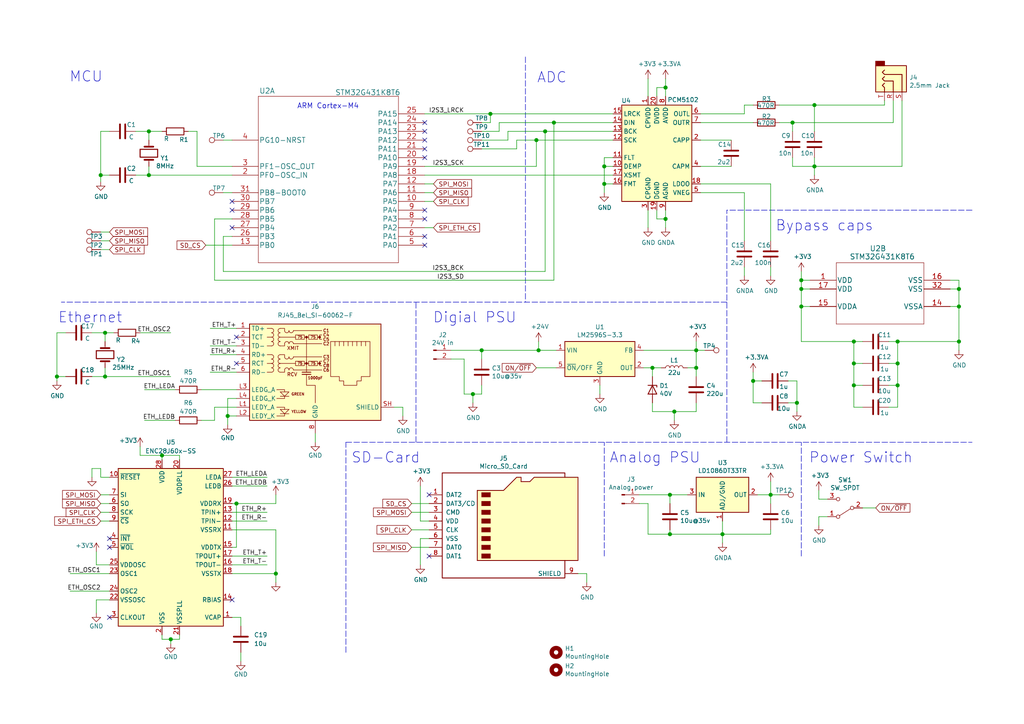
<source format=kicad_sch>
(kicad_sch (version 20201015) (generator eeschema)
  (paper "A4")
  (title_block (title "MP3 Player") (date "2021-01-07") (rev "R1") (company "MReenen"))
  (junction (at 16.51 109.22) (diameter 1.016))
  (junction (at 29.21 50.8) (diameter 1.016))
  (junction (at 30.48 96.52) (diameter 1.016))
  (junction (at 30.48 109.22) (diameter 1.016))
  (junction (at 43.18 38.1) (diameter 1.016))
  (junction (at 43.18 50.8) (diameter 1.016))
  (junction (at 46.99 132.08) (diameter 1.016))
  (junction (at 49.53 185.42) (diameter 1.016))
  (junction (at 66.04 120.65) (diameter 1.016))
  (junction (at 68.58 146.05) (diameter 1.016))
  (junction (at 80.01 166.37) (diameter 1.016))
  (junction (at 137.16 114.3) (diameter 1.016))
  (junction (at 139.7 101.6) (diameter 1.016))
  (junction (at 142.24 33.02) (diameter 1.016))
  (junction (at 155.575 40.64) (diameter 1.016))
  (junction (at 156.21 101.6) (diameter 1.016))
  (junction (at 158.115 38.1) (diameter 1.016))
  (junction (at 160.655 35.56) (diameter 1.016))
  (junction (at 175.26 48.26) (diameter 1.016))
  (junction (at 175.26 53.34) (diameter 1.016))
  (junction (at 189.23 106.68) (diameter 1.016))
  (junction (at 193.04 25.4) (diameter 1.016))
  (junction (at 193.04 63.5) (diameter 1.016))
  (junction (at 194.31 143.51) (diameter 1.016))
  (junction (at 194.31 154.94) (diameter 1.016))
  (junction (at 195.58 119.38) (diameter 1.016))
  (junction (at 201.93 101.6) (diameter 1.016))
  (junction (at 201.93 106.68) (diameter 1.016))
  (junction (at 209.55 154.94) (diameter 1.016))
  (junction (at 218.44 110.49) (diameter 1.016))
  (junction (at 223.52 143.51) (diameter 1.016))
  (junction (at 229.87 35.56) (diameter 1.016))
  (junction (at 231.14 116.84) (diameter 1.016))
  (junction (at 232.41 81.28) (diameter 1.016))
  (junction (at 232.41 83.82) (diameter 1.016))
  (junction (at 232.41 88.9) (diameter 1.016))
  (junction (at 236.22 30.48) (diameter 1.016))
  (junction (at 236.22 48.26) (diameter 1.016))
  (junction (at 247.65 99.06) (diameter 1.016))
  (junction (at 247.65 105.41) (diameter 1.016))
  (junction (at 247.65 111.76) (diameter 1.016))
  (junction (at 260.35 99.06) (diameter 1.016))
  (junction (at 260.35 105.41) (diameter 1.016))
  (junction (at 260.35 111.76) (diameter 1.016))
  (junction (at 278.13 83.82) (diameter 1.016))
  (junction (at 278.13 88.9) (diameter 1.016))
  (junction (at 278.13 99.06) (diameter 1.016))
  (no_connect (at 31.75 156.21))
  (no_connect (at 31.75 158.75))
  (no_connect (at 31.75 179.07))
  (no_connect (at 67.31 58.42))
  (no_connect (at 67.31 60.96))
  (no_connect (at 67.31 66.04))
  (no_connect (at 67.31 173.99))
  (no_connect (at 68.58 97.79))
  (no_connect (at 68.58 105.41))
  (no_connect (at 123.19 35.56))
  (no_connect (at 123.19 38.1))
  (no_connect (at 123.19 40.64))
  (no_connect (at 123.19 43.18))
  (no_connect (at 123.19 45.72))
  (no_connect (at 123.19 60.96))
  (no_connect (at 123.19 63.5))
  (no_connect (at 123.19 68.58))
  (no_connect (at 123.19 71.12))
  (no_connect (at 124.46 143.51))
  (no_connect (at 124.46 161.29))
  (wire (pts (xy 16.51 96.52) (xy 16.51 109.22)))
  (wire (pts (xy 16.51 96.52) (xy 19.05 96.52)))
  (wire (pts (xy 16.51 109.22) (xy 16.51 110.49)))
  (wire (pts (xy 16.51 109.22) (xy 19.05 109.22)))
  (wire (pts (xy 20.32 166.37) (xy 31.75 166.37)))
  (wire (pts (xy 20.32 171.45) (xy 31.75 171.45)))
  (wire (pts (xy 26.67 96.52) (xy 30.48 96.52)))
  (wire (pts (xy 26.67 135.89) (xy 26.67 138.43)))
  (wire (pts (xy 27.94 163.83) (xy 27.94 160.02)))
  (wire (pts (xy 27.94 173.99) (xy 27.94 177.8)))
  (wire (pts (xy 27.94 173.99) (xy 31.75 173.99)))
  (wire (pts (xy 29.21 38.1) (xy 29.21 50.8)))
  (wire (pts (xy 29.21 38.1) (xy 31.75 38.1)))
  (wire (pts (xy 29.21 50.8) (xy 29.21 52.705)))
  (wire (pts (xy 29.21 50.8) (xy 31.75 50.8)))
  (wire (pts (xy 29.21 67.31) (xy 31.75 67.31)))
  (wire (pts (xy 29.21 69.85) (xy 31.75 69.85)))
  (wire (pts (xy 29.21 72.39) (xy 31.75 72.39)))
  (wire (pts (xy 29.21 135.89) (xy 26.67 135.89)))
  (wire (pts (xy 29.21 138.43) (xy 29.21 135.89)))
  (wire (pts (xy 29.21 143.51) (xy 31.75 143.51)))
  (wire (pts (xy 29.21 146.05) (xy 31.75 146.05)))
  (wire (pts (xy 29.21 148.59) (xy 31.75 148.59)))
  (wire (pts (xy 29.21 151.13) (xy 31.75 151.13)))
  (wire (pts (xy 30.48 96.52) (xy 30.48 99.06)))
  (wire (pts (xy 30.48 96.52) (xy 33.02 96.52)))
  (wire (pts (xy 30.48 106.68) (xy 30.48 109.22)))
  (wire (pts (xy 30.48 109.22) (xy 26.67 109.22)))
  (wire (pts (xy 30.48 109.22) (xy 49.53 109.22)))
  (wire (pts (xy 31.75 138.43) (xy 29.21 138.43)))
  (wire (pts (xy 31.75 163.83) (xy 27.94 163.83)))
  (wire (pts (xy 39.37 38.1) (xy 43.18 38.1)))
  (wire (pts (xy 40.64 96.52) (xy 49.53 96.52)))
  (wire (pts (xy 40.64 129.54) (xy 40.64 132.08)))
  (wire (pts (xy 40.64 132.08) (xy 46.99 132.08)))
  (wire (pts (xy 41.91 113.03) (xy 50.8 113.03)))
  (wire (pts (xy 41.91 121.92) (xy 50.8 121.92)))
  (wire (pts (xy 43.18 38.1) (xy 43.18 40.64)))
  (wire (pts (xy 43.18 38.1) (xy 46.99 38.1)))
  (wire (pts (xy 43.18 48.26) (xy 43.18 50.8)))
  (wire (pts (xy 43.18 50.8) (xy 39.37 50.8)))
  (wire (pts (xy 43.18 50.8) (xy 67.31 50.8)))
  (wire (pts (xy 46.99 132.08) (xy 46.99 133.35)))
  (wire (pts (xy 46.99 184.15) (xy 46.99 185.42)))
  (wire (pts (xy 46.99 185.42) (xy 49.53 185.42)))
  (wire (pts (xy 49.53 185.42) (xy 49.53 186.69)))
  (wire (pts (xy 52.07 132.08) (xy 46.99 132.08)))
  (wire (pts (xy 52.07 133.35) (xy 52.07 132.08)))
  (wire (pts (xy 52.07 184.15) (xy 52.07 185.42)))
  (wire (pts (xy 52.07 185.42) (xy 49.53 185.42)))
  (wire (pts (xy 54.61 38.1) (xy 57.15 38.1)))
  (wire (pts (xy 57.15 38.1) (xy 57.15 48.26)))
  (wire (pts (xy 57.15 48.26) (xy 67.31 48.26)))
  (wire (pts (xy 58.42 113.03) (xy 68.58 113.03)))
  (wire (pts (xy 58.42 121.92) (xy 62.23 121.92)))
  (wire (pts (xy 59.69 71.12) (xy 67.31 71.12)))
  (wire (pts (xy 60.96 95.25) (xy 68.58 95.25)))
  (wire (pts (xy 60.96 100.33) (xy 68.58 100.33)))
  (wire (pts (xy 60.96 102.87) (xy 68.58 102.87)))
  (wire (pts (xy 60.96 107.95) (xy 68.58 107.95)))
  (wire (pts (xy 62.23 63.5) (xy 62.23 81.28)))
  (wire (pts (xy 62.23 81.28) (xy 160.655 81.28)))
  (wire (pts (xy 62.23 118.11) (xy 68.58 118.11)))
  (wire (pts (xy 62.23 121.92) (xy 62.23 118.11)))
  (wire (pts (xy 64.77 40.64) (xy 67.31 40.64)))
  (wire (pts (xy 64.77 55.88) (xy 67.31 55.88)))
  (wire (pts (xy 64.77 68.58) (xy 64.77 78.74)))
  (wire (pts (xy 64.77 78.74) (xy 158.115 78.74)))
  (wire (pts (xy 66.04 115.57) (xy 66.04 120.65)))
  (wire (pts (xy 66.04 120.65) (xy 66.04 123.19)))
  (wire (pts (xy 67.31 63.5) (xy 62.23 63.5)))
  (wire (pts (xy 67.31 68.58) (xy 64.77 68.58)))
  (wire (pts (xy 67.31 138.43) (xy 77.47 138.43)))
  (wire (pts (xy 67.31 140.97) (xy 77.47 140.97)))
  (wire (pts (xy 67.31 148.59) (xy 77.47 148.59)))
  (wire (pts (xy 67.31 151.13) (xy 77.47 151.13)))
  (wire (pts (xy 67.31 153.67) (xy 80.01 153.67)))
  (wire (pts (xy 67.31 158.75) (xy 68.58 158.75)))
  (wire (pts (xy 67.31 161.29) (xy 77.47 161.29)))
  (wire (pts (xy 67.31 163.83) (xy 77.47 163.83)))
  (wire (pts (xy 67.31 166.37) (xy 80.01 166.37)))
  (wire (pts (xy 67.31 179.07) (xy 69.85 179.07)))
  (wire (pts (xy 68.58 115.57) (xy 66.04 115.57)))
  (wire (pts (xy 68.58 120.65) (xy 66.04 120.65)))
  (wire (pts (xy 68.58 146.05) (xy 67.31 146.05)))
  (wire (pts (xy 68.58 146.05) (xy 80.01 146.05)))
  (wire (pts (xy 68.58 158.75) (xy 68.58 146.05)))
  (wire (pts (xy 69.85 179.07) (xy 69.85 181.61)))
  (wire (pts (xy 69.85 189.23) (xy 69.85 191.77)))
  (wire (pts (xy 80.01 143.51) (xy 80.01 146.05)))
  (wire (pts (xy 80.01 153.67) (xy 80.01 166.37)))
  (wire (pts (xy 80.01 166.37) (xy 80.01 168.91)))
  (wire (pts (xy 91.44 125.73) (xy 91.44 128.27)))
  (wire (pts (xy 114.3 118.11) (xy 116.84 118.11)))
  (wire (pts (xy 116.84 118.11) (xy 116.84 120.65)))
  (wire (pts (xy 119.38 146.05) (xy 124.46 146.05)))
  (wire (pts (xy 119.38 148.59) (xy 124.46 148.59)))
  (wire (pts (xy 119.38 153.67) (xy 124.46 153.67)))
  (wire (pts (xy 119.38 158.75) (xy 124.46 158.75)))
  (wire (pts (xy 121.92 140.97) (xy 121.92 151.13)))
  (wire (pts (xy 121.92 151.13) (xy 124.46 151.13)))
  (wire (pts (xy 121.92 156.21) (xy 124.46 156.21)))
  (wire (pts (xy 121.92 163.83) (xy 121.92 156.21)))
  (wire (pts (xy 123.19 33.02) (xy 142.24 33.02)))
  (wire (pts (xy 123.19 48.26) (xy 155.575 48.26)))
  (wire (pts (xy 123.19 50.8) (xy 177.8 50.8)))
  (wire (pts (xy 123.19 53.34) (xy 125.73 53.34)))
  (wire (pts (xy 123.19 55.88) (xy 125.73 55.88)))
  (wire (pts (xy 123.19 58.42) (xy 125.73 58.42)))
  (wire (pts (xy 123.19 66.04) (xy 125.73 66.04)))
  (wire (pts (xy 130.81 101.6) (xy 139.7 101.6)))
  (wire (pts (xy 134.62 104.14) (xy 130.81 104.14)))
  (wire (pts (xy 134.62 114.3) (xy 134.62 104.14)))
  (wire (pts (xy 134.62 114.3) (xy 137.16 114.3)))
  (wire (pts (xy 137.16 114.3) (xy 137.16 116.84)))
  (wire (pts (xy 137.16 114.3) (xy 139.7 114.3)))
  (wire (pts (xy 139.7 35.56) (xy 142.24 35.56)))
  (wire (pts (xy 139.7 38.1) (xy 144.78 38.1)))
  (wire (pts (xy 139.7 40.64) (xy 147.32 40.64)))
  (wire (pts (xy 139.7 43.18) (xy 149.86 43.18)))
  (wire (pts (xy 139.7 101.6) (xy 156.21 101.6)))
  (wire (pts (xy 139.7 104.14) (xy 139.7 101.6)))
  (wire (pts (xy 139.7 111.76) (xy 139.7 114.3)))
  (wire (pts (xy 142.24 33.02) (xy 177.8 33.02)))
  (wire (pts (xy 142.24 35.56) (xy 142.24 33.02)))
  (wire (pts (xy 144.78 35.56) (xy 160.655 35.56)))
  (wire (pts (xy 144.78 38.1) (xy 144.78 35.56)))
  (wire (pts (xy 147.32 38.1) (xy 158.115 38.1)))
  (wire (pts (xy 147.32 40.64) (xy 147.32 38.1)))
  (wire (pts (xy 149.86 40.64) (xy 155.575 40.64)))
  (wire (pts (xy 149.86 43.18) (xy 149.86 40.64)))
  (wire (pts (xy 155.575 40.64) (xy 177.8 40.64)))
  (wire (pts (xy 155.575 48.26) (xy 155.575 40.64)))
  (wire (pts (xy 155.575 106.68) (xy 161.29 106.68)))
  (wire (pts (xy 156.21 99.06) (xy 156.21 101.6)))
  (wire (pts (xy 156.21 101.6) (xy 161.29 101.6)))
  (wire (pts (xy 158.115 38.1) (xy 158.115 78.74)))
  (wire (pts (xy 158.115 38.1) (xy 177.8 38.1)))
  (wire (pts (xy 160.655 35.56) (xy 160.655 81.28)))
  (wire (pts (xy 160.655 35.56) (xy 177.8 35.56)))
  (wire (pts (xy 167.64 166.37) (xy 170.18 166.37)))
  (wire (pts (xy 170.18 166.37) (xy 170.18 168.91)))
  (wire (pts (xy 173.99 111.76) (xy 173.99 114.3)))
  (wire (pts (xy 175.26 45.72) (xy 175.26 48.26)))
  (wire (pts (xy 175.26 45.72) (xy 177.8 45.72)))
  (wire (pts (xy 175.26 48.26) (xy 175.26 53.34)))
  (wire (pts (xy 175.26 48.26) (xy 177.8 48.26)))
  (wire (pts (xy 175.26 53.34) (xy 175.26 55.88)))
  (wire (pts (xy 175.26 53.34) (xy 177.8 53.34)))
  (wire (pts (xy 185.42 143.51) (xy 194.31 143.51)))
  (wire (pts (xy 185.42 146.05) (xy 187.96 146.05)))
  (wire (pts (xy 186.69 101.6) (xy 201.93 101.6)))
  (wire (pts (xy 186.69 106.68) (xy 189.23 106.68)))
  (wire (pts (xy 187.96 22.86) (xy 187.96 27.94)))
  (wire (pts (xy 187.96 60.96) (xy 187.96 66.04)))
  (wire (pts (xy 187.96 146.05) (xy 187.96 154.94)))
  (wire (pts (xy 187.96 154.94) (xy 194.31 154.94)))
  (wire (pts (xy 189.23 106.68) (xy 189.23 109.22)))
  (wire (pts (xy 189.23 106.68) (xy 191.77 106.68)))
  (wire (pts (xy 189.23 116.84) (xy 189.23 119.38)))
  (wire (pts (xy 189.23 119.38) (xy 195.58 119.38)))
  (wire (pts (xy 190.5 25.4) (xy 193.04 25.4)))
  (wire (pts (xy 190.5 27.94) (xy 190.5 25.4)))
  (wire (pts (xy 190.5 60.96) (xy 190.5 63.5)))
  (wire (pts (xy 190.5 63.5) (xy 193.04 63.5)))
  (wire (pts (xy 193.04 22.86) (xy 193.04 25.4)))
  (wire (pts (xy 193.04 25.4) (xy 193.04 27.94)))
  (wire (pts (xy 193.04 60.96) (xy 193.04 63.5)))
  (wire (pts (xy 193.04 63.5) (xy 193.04 66.04)))
  (wire (pts (xy 194.31 143.51) (xy 194.31 146.05)))
  (wire (pts (xy 194.31 143.51) (xy 199.39 143.51)))
  (wire (pts (xy 194.31 153.67) (xy 194.31 154.94)))
  (wire (pts (xy 194.31 154.94) (xy 209.55 154.94)))
  (wire (pts (xy 195.58 119.38) (xy 195.58 121.92)))
  (wire (pts (xy 195.58 119.38) (xy 201.93 119.38)))
  (wire (pts (xy 199.39 106.68) (xy 201.93 106.68)))
  (wire (pts (xy 201.93 99.06) (xy 201.93 101.6)))
  (wire (pts (xy 201.93 101.6) (xy 201.93 106.68)))
  (wire (pts (xy 201.93 101.6) (xy 204.47 101.6)))
  (wire (pts (xy 201.93 106.68) (xy 201.93 109.22)))
  (wire (pts (xy 201.93 116.84) (xy 201.93 119.38)))
  (wire (pts (xy 203.2 33.02) (xy 215.9 33.02)))
  (wire (pts (xy 203.2 35.56) (xy 218.44 35.56)))
  (wire (pts (xy 203.2 40.64) (xy 212.09 40.64)))
  (wire (pts (xy 203.2 48.26) (xy 212.09 48.26)))
  (wire (pts (xy 203.2 53.34) (xy 223.52 53.34)))
  (wire (pts (xy 203.2 55.88) (xy 215.9 55.88)))
  (wire (pts (xy 209.55 151.13) (xy 209.55 154.94)))
  (wire (pts (xy 209.55 154.94) (xy 209.55 157.48)))
  (wire (pts (xy 209.55 154.94) (xy 223.52 154.94)))
  (wire (pts (xy 215.9 30.48) (xy 218.44 30.48)))
  (wire (pts (xy 215.9 33.02) (xy 215.9 30.48)))
  (wire (pts (xy 215.9 55.88) (xy 215.9 69.85)))
  (wire (pts (xy 215.9 77.47) (xy 215.9 80.01)))
  (wire (pts (xy 218.44 107.95) (xy 218.44 110.49)))
  (wire (pts (xy 218.44 110.49) (xy 218.44 116.84)))
  (wire (pts (xy 218.44 116.84) (xy 220.98 116.84)))
  (wire (pts (xy 219.71 143.51) (xy 223.52 143.51)))
  (wire (pts (xy 220.98 110.49) (xy 218.44 110.49)))
  (wire (pts (xy 223.52 69.85) (xy 223.52 53.34)))
  (wire (pts (xy 223.52 77.47) (xy 223.52 80.01)))
  (wire (pts (xy 223.52 143.51) (xy 223.52 139.7)))
  (wire (pts (xy 223.52 143.51) (xy 223.52 146.05)))
  (wire (pts (xy 223.52 143.51) (xy 226.06 143.51)))
  (wire (pts (xy 223.52 154.94) (xy 223.52 153.67)))
  (wire (pts (xy 226.06 30.48) (xy 236.22 30.48)))
  (wire (pts (xy 226.06 35.56) (xy 229.87 35.56)))
  (wire (pts (xy 229.87 35.56) (xy 229.87 38.1)))
  (wire (pts (xy 229.87 35.56) (xy 259.08 35.56)))
  (wire (pts (xy 229.87 45.72) (xy 229.87 48.26)))
  (wire (pts (xy 229.87 48.26) (xy 236.22 48.26)))
  (wire (pts (xy 231.14 110.49) (xy 228.6 110.49)))
  (wire (pts (xy 231.14 116.84) (xy 228.6 116.84)))
  (wire (pts (xy 231.14 116.84) (xy 231.14 110.49)))
  (wire (pts (xy 231.14 116.84) (xy 231.14 119.38)))
  (wire (pts (xy 232.41 78.74) (xy 232.41 81.28)))
  (wire (pts (xy 232.41 81.28) (xy 232.41 83.82)))
  (wire (pts (xy 232.41 81.28) (xy 234.95 81.28)))
  (wire (pts (xy 232.41 83.82) (xy 232.41 88.9)))
  (wire (pts (xy 232.41 83.82) (xy 234.95 83.82)))
  (wire (pts (xy 232.41 88.9) (xy 234.95 88.9)))
  (wire (pts (xy 232.41 99.06) (xy 232.41 88.9)))
  (wire (pts (xy 236.22 30.48) (xy 236.22 38.1)))
  (wire (pts (xy 236.22 30.48) (xy 256.54 30.48)))
  (wire (pts (xy 236.22 45.72) (xy 236.22 48.26)))
  (wire (pts (xy 236.22 48.26) (xy 236.22 50.8)))
  (wire (pts (xy 236.22 48.26) (xy 261.62 48.26)))
  (wire (pts (xy 237.49 142.24) (xy 237.49 144.78)))
  (wire (pts (xy 237.49 149.86) (xy 237.49 152.4)))
  (wire (pts (xy 237.49 149.86) (xy 240.03 149.86)))
  (wire (pts (xy 240.03 144.78) (xy 237.49 144.78)))
  (wire (pts (xy 247.65 99.06) (xy 232.41 99.06)))
  (wire (pts (xy 247.65 99.06) (xy 247.65 105.41)))
  (wire (pts (xy 247.65 105.41) (xy 247.65 111.76)))
  (wire (pts (xy 247.65 105.41) (xy 250.19 105.41)))
  (wire (pts (xy 247.65 111.76) (xy 250.19 111.76)))
  (wire (pts (xy 247.65 118.11) (xy 247.65 111.76)))
  (wire (pts (xy 250.19 99.06) (xy 247.65 99.06)))
  (wire (pts (xy 250.19 118.11) (xy 247.65 118.11)))
  (wire (pts (xy 250.19 147.32) (xy 254 147.32)))
  (wire (pts (xy 256.54 30.48) (xy 256.54 29.21)))
  (wire (pts (xy 257.81 111.76) (xy 260.35 111.76)))
  (wire (pts (xy 257.81 118.11) (xy 260.35 118.11)))
  (wire (pts (xy 259.08 35.56) (xy 259.08 29.21)))
  (wire (pts (xy 260.35 99.06) (xy 257.81 99.06)))
  (wire (pts (xy 260.35 99.06) (xy 278.13 99.06)))
  (wire (pts (xy 260.35 105.41) (xy 257.81 105.41)))
  (wire (pts (xy 260.35 105.41) (xy 260.35 99.06)))
  (wire (pts (xy 260.35 111.76) (xy 260.35 105.41)))
  (wire (pts (xy 260.35 118.11) (xy 260.35 111.76)))
  (wire (pts (xy 261.62 48.26) (xy 261.62 29.21)))
  (wire (pts (xy 275.59 81.28) (xy 278.13 81.28)))
  (wire (pts (xy 275.59 88.9) (xy 278.13 88.9)))
  (wire (pts (xy 278.13 83.82) (xy 275.59 83.82)))
  (wire (pts (xy 278.13 83.82) (xy 278.13 81.28)))
  (wire (pts (xy 278.13 88.9) (xy 278.13 83.82)))
  (wire (pts (xy 278.13 99.06) (xy 278.13 88.9)))
  (wire (pts (xy 278.13 99.06) (xy 278.13 101.6)))
  (polyline (pts (xy 100.33 128.27) (xy 281.94 128.27)) (stroke (width 0) (type dash)))
  (polyline (pts (xy 100.33 189.23) (xy 100.33 128.27)) (stroke (width 0) (type dash)))
  (polyline (pts (xy 120.65 128.27) (xy 120.65 87.63)) (stroke (width 0) (type dash)))
  (polyline (pts (xy 152.4 16.51) (xy 152.4 87.63)) (stroke (width 0) (type dash)))
  (polyline (pts (xy 175.26 161.29) (xy 175.26 128.27)) (stroke (width 0) (type dash)))
  (polyline (pts (xy 210.82 87.63) (xy 17.78 87.63)) (stroke (width 0) (type dash)))
  (polyline (pts (xy 210.82 128.27) (xy 210.82 60.96)) (stroke (width 0) (type dash)))
  (polyline (pts (xy 232.41 161.29) (xy 232.41 128.27)) (stroke (width 0) (type dash)))
  (polyline (pts (xy 281.94 60.96) (xy 210.82 60.96)) (stroke (width 0) (type dash)))
  (text "MCU" (at 29.845 24.13 180) (effects (font (size 3 3)) (justify right bottom)))
  (text "Ethernet\n" (at 35.56 93.98 180) (effects (font (size 3 3)) (justify right bottom)))
  (text "ARM Cortex-M4" (at 104.14 31.75 180) (effects (font (size 1.5 1.5)) (justify right bottom)))
  (text "SD-Card" (at 121.92 134.62 180) (effects (font (size 3 3)) (justify right bottom)))
  (text "Digial PSU" (at 149.86 93.98 180) (effects (font (size 3 3)) (justify right bottom)))
  (text "ADC\n\n" (at 164.465 29.21 180) (effects (font (size 3 3)) (justify right bottom)))
  (text "Analog PSU" (at 203.2 134.62 180) (effects (font (size 3 3)) (justify right bottom)))
  (text "Bypass caps\n" (at 253.365 67.31 180) (effects (font (size 3 3)) (justify right bottom)))
  (text "Power Switch" (at 264.795 134.62 180) (effects (font (size 3 3)) (justify right bottom)))
  (label "ETH_OSC1" (at 29.21 166.37 180))
  (label "ETH_OSC2" (at 29.21 171.45 180))
  (label "ETH_OSC2" (at 49.53 96.52 180))
  (label "ETH_OSC1" (at 49.53 109.22 180))
  (label "ETH_LEDA" (at 50.8 113.03 180))
  (label "ETH_LEDB" (at 50.8 121.92 180))
  (label "ETH_T+" (at 68.58 95.25 180))
  (label "ETH_T-" (at 68.58 100.33 180))
  (label "ETH_R+" (at 68.58 102.87 180))
  (label "ETH_R-" (at 68.58 107.95 180))
  (label "ETH_LEDA" (at 77.47 138.43 180))
  (label "ETH_LEDB" (at 77.47 140.97 180))
  (label "ETH_R+" (at 77.47 148.59 180))
  (label "ETH_R-" (at 77.47 151.13 180))
  (label "ETH_T+" (at 77.47 161.29 180))
  (label "ETH_T-" (at 77.47 163.83 180))
  (label "I2S3_LRCK" (at 134.62 33.02 180))
  (label "I2S3_SCK" (at 134.62 48.26 180))
  (label "I2S3_BCK" (at 134.62 78.74 180))
  (label "I2S3_SD" (at 134.62 81.28 180))
  (global_label "SPI_MOSI" (shape input) (at 29.21 143.51 180) (property "Intersheet References" "${INTERSHEET_REFS}" (effects hide)))
  (global_label "SPI_MISO" (shape input) (at 29.21 146.05 180) (property "Intersheet References" "${INTERSHEET_REFS}" (effects hide)))
  (global_label "SPI_CLK" (shape input) (at 29.21 148.59 180) (property "Intersheet References" "${INTERSHEET_REFS}" (effects hide)))
  (global_label "SPI_ETH_CS" (shape input) (at 29.21 151.13 180) (property "Intersheet References" "${INTERSHEET_REFS}" (effects hide)))
  (global_label "SPI_MOSI" (shape input) (at 31.75 67.31 0) (property "Intersheet References" "${INTERSHEET_REFS}" (effects hide)))
  (global_label "SPI_MISO" (shape input) (at 31.75 69.85 0) (property "Intersheet References" "${INTERSHEET_REFS}" (effects hide)))
  (global_label "SPI_CLK" (shape input) (at 31.75 72.39 0) (property "Intersheet References" "${INTERSHEET_REFS}" (effects hide)))
  (global_label "SD_CS" (shape input) (at 59.69 71.12 180) (property "Intersheet References" "${INTERSHEET_REFS}" (effects hide)))
  (global_label "SD_CS" (shape input) (at 119.38 146.05 180) (property "Intersheet References" "${INTERSHEET_REFS}" (effects hide)))
  (global_label "SPI_MOSI" (shape input) (at 119.38 148.59 180) (property "Intersheet References" "${INTERSHEET_REFS}" (effects hide)))
  (global_label "SPI_CLK" (shape input) (at 119.38 153.67 180) (property "Intersheet References" "${INTERSHEET_REFS}" (effects hide)))
  (global_label "SPI_MISO" (shape input) (at 119.38 158.75 180) (property "Intersheet References" "${INTERSHEET_REFS}" (effects hide)))
  (global_label "SPI_MOSI" (shape input) (at 125.73 53.34 0) (property "Intersheet References" "${INTERSHEET_REFS}" (effects hide)))
  (global_label "SPI_MISO" (shape input) (at 125.73 55.88 0) (property "Intersheet References" "${INTERSHEET_REFS}" (effects hide)))
  (global_label "SPI_CLK" (shape input) (at 125.73 58.42 0) (property "Intersheet References" "${INTERSHEET_REFS}" (effects hide)))
  (global_label "SPI_ETH_CS" (shape input) (at 125.73 66.04 0) (property "Intersheet References" "${INTERSHEET_REFS}" (effects hide)))
  (global_label "ON{slash}~OFF" (shape input) (at 155.575 106.68 180) (property "Intersheet References" "${INTERSHEET_REFS}" (effects hide)))
  (global_label "ON{slash}~OFF" (shape input) (at 254 147.32 0) (property "Intersheet References" "${INTERSHEET_REFS}" (effects hide)))
  (symbol (lib_id "Connector:TestPoint") (at 29.21 67.31 90) (unit 1)
    (property "Reference" "TP3" (at 27.94 68.58 90))
    (property "Value" "TestPoint" (effects hide))
    (property "Footprint" "TestPoint:TestPoint_Pad_D1.0mm" (effects hide))
  )
  (symbol (lib_id "Connector:TestPoint") (at 29.21 69.85 90) (unit 1)
    (property "Reference" "TP2" (at 27.94 71.12 90))
    (property "Value" "TestPoint" (effects hide))
    (property "Footprint" "TestPoint:TestPoint_Pad_D1.0mm" (effects hide))
  )
  (symbol (lib_id "Connector:TestPoint") (at 29.21 72.39 90) (unit 1)
    (property "Reference" "TP1" (at 27.94 73.66 90))
    (property "Value" "TestPoint" (effects hide))
    (property "Footprint" "TestPoint:TestPoint_Pad_D1.0mm" (effects hide))
  )
  (symbol (lib_id "Connector:TestPoint") (at 64.77 40.64 90) (unit 1)
    (property "Reference" "TP6" (at 63.5 39.37 90))
    (property "Value" "TestPoint" (effects hide))
    (property "Footprint" "TestPoint:TestPoint_Pad_D1.0mm" (effects hide))
  )
  (symbol (lib_id "Connector:TestPoint") (at 64.77 55.88 90) (unit 1)
    (property "Reference" "TP7" (at 63.5 54.61 90))
    (property "Value" "TestPoint" (effects hide))
    (property "Footprint" "TestPoint:TestPoint_Pad_D1.0mm" (effects hide))
  )
  (symbol (lib_id "Connector:TestPoint") (at 139.7 35.56 90) (unit 1)
    (property "Reference" "TP8" (at 139.7 34.29 90))
    (property "Value" "TestPoint" (effects hide))
    (property "Footprint" "TestPoint:TestPoint_Pad_D1.0mm" (effects hide))
  )
  (symbol (lib_id "Connector:TestPoint") (at 139.7 38.1 90) (unit 1)
    (property "Reference" "TP9" (at 139.7 36.83 90))
    (property "Value" "TestPoint" (effects hide))
    (property "Footprint" "TestPoint:TestPoint_Pad_D1.0mm" (effects hide))
  )
  (symbol (lib_id "Connector:TestPoint") (at 139.7 40.64 90) (unit 1)
    (property "Reference" "TP10" (at 139.7 39.37 90))
    (property "Value" "TestPoint" (effects hide))
    (property "Footprint" "TestPoint:TestPoint_Pad_D1.0mm" (effects hide))
  )
  (symbol (lib_id "Connector:TestPoint") (at 139.7 43.18 90) (unit 1)
    (property "Reference" "TP11" (at 139.7 41.91 90))
    (property "Value" "TestPoint" (effects hide))
    (property "Footprint" "TestPoint:TestPoint_Pad_D1.0mm" (effects hide))
  )
  (symbol (lib_id "Connector:TestPoint") (at 204.47 101.6 270) (unit 1)
    (property "Reference" "TP4" (at 205.74 100.33 90))
    (property "Value" "TestPoint" (effects hide))
    (property "Footprint" "TestPoint:TestPoint_Pad_D1.0mm" (effects hide))
  )
  (symbol (lib_id "Connector:TestPoint") (at 226.06 143.51 270) (unit 1)
    (property "Reference" "TP12" (at 227.33 142.24 90))
    (property "Value" "TestPoint" (effects hide))
    (property "Footprint" "TestPoint:TestPoint_Pad_D1.0mm" (effects hide))
  )
  (symbol (lib_id "power:+3.3V") (at 27.94 160.02 0) (unit 1)
    (property "Reference" "#PWR0115" (effects hide))
    (property "Value" "+3.3V" (at 24.4983 158.2356 0))
  )
  (symbol (lib_id "power:+3.3V") (at 40.64 129.54 0) (unit 1)
    (property "Reference" "#PWR0112" (effects hide))
    (property "Value" "+3.3V" (at 37.1983 127.7556 0))
  )
  (symbol (lib_id "power:+3.3V") (at 80.01 143.51 0) (unit 1)
    (property "Reference" "#PWR0116" (effects hide))
    (property "Value" "+3.3V" (at 81.28 139.7 0))
  )
  (symbol (lib_id "power:+3.3V") (at 121.92 140.97 0) (unit 1)
    (property "Reference" "#PWR0106" (effects hide))
    (property "Value" "+3.3V" (at 122.2883 136.6456 0))
  )
  (symbol (lib_id "power:+24V") (at 156.21 99.06 0) (unit 1)
    (property "Reference" "#PWR06" (effects hide))
    (property "Value" "+24V" (at 156.5783 94.7356 0))
  )
  (symbol (lib_id "power:+3.3V") (at 187.96 22.86 0) (unit 1)
    (property "Reference" "#PWR011" (effects hide))
    (property "Value" "+3.3V" (at 187.6933 18.5356 0))
  )
  (symbol (lib_id "power:+3.3VA") (at 193.04 22.86 0) (unit 1)
    (property "Reference" "#PWR014" (effects hide))
    (property "Value" "+3.3VA" (at 194.0433 18.5356 0))
  )
  (symbol (lib_id "power:+3.3V") (at 201.93 99.06 0) (unit 1)
    (property "Reference" "#PWR09" (effects hide))
    (property "Value" "+3.3V" (at 202.2983 94.7356 0))
  )
  (symbol (lib_id "power:+3.3VA") (at 218.44 107.95 0) (unit 1)
    (property "Reference" "#PWR017" (effects hide))
    (property "Value" "+3.3VA" (at 219.4433 103.6256 0))
  )
  (symbol (lib_id "power:+3.3VA") (at 223.52 139.7 0) (unit 1)
    (property "Reference" "#PWR016" (effects hide))
    (property "Value" "+3.3VA" (at 223.8883 135.3756 0))
  )
  (symbol (lib_id "power:+3.3V") (at 232.41 78.74 0) (unit 1)
    (property "Reference" "#PWR019" (effects hide))
    (property "Value" "+3.3V" (at 232.7783 74.4156 0))
  )
  (symbol (lib_id "power:+3.3V") (at 237.49 142.24 0) (unit 1)
    (property "Reference" "#PWR01" (effects hide))
    (property "Value" "+3.3V" (at 237.8583 137.9156 0))
  )
  (symbol (lib_id "Device:L") (at 195.58 106.68 90) (unit 1)
    (property "Reference" "L1" (at 195.58 104.5018 90))
    (property "Value" "22u" (at 195.58 108.07 90))
    (property "Footprint" "Inductor_SMD:L_12x12mm_H8mm" (effects hide))
  )
  (symbol (lib_id "power:GND") (at 16.51 110.49 0) (unit 1)
    (property "Reference" "#PWR0110" (effects hide))
    (property "Value" "GND" (at 16.6243 114.8144 0))
  )
  (symbol (lib_id "power:GND") (at 26.67 138.43 0) (unit 1)
    (property "Reference" "#PWR0111" (effects hide))
    (property "Value" "GND" (effects hide))
  )
  (symbol (lib_id "power:GND") (at 27.94 177.8 0) (unit 1)
    (property "Reference" "#PWR0114" (effects hide))
    (property "Value" "GND" (at 27.94 181.61 0))
  )
  (symbol (lib_id "power:GND") (at 29.21 52.705 0) (unit 1)
    (property "Reference" "#PWR04" (effects hide))
    (property "Value" "GND" (at 29.3243 57.0294 0))
  )
  (symbol (lib_id "power:GND") (at 49.53 186.69 0) (unit 1)
    (property "Reference" "#PWR0118" (effects hide))
    (property "Value" "GND" (at 49.53 190.5 0))
  )
  (symbol (lib_id "power:GND") (at 66.04 123.19 0) (unit 1)
    (property "Reference" "#PWR0108" (effects hide))
    (property "Value" "GND" (at 66.04 127 0))
  )
  (symbol (lib_id "power:GND") (at 69.85 191.77 0) (unit 1)
    (property "Reference" "#PWR0113" (effects hide))
    (property "Value" "GND" (at 69.85 195.58 0))
  )
  (symbol (lib_id "power:GND") (at 80.01 168.91 0) (unit 1)
    (property "Reference" "#PWR0117" (effects hide))
    (property "Value" "GND" (effects hide))
  )
  (symbol (lib_id "power:GND") (at 91.44 128.27 0) (unit 1)
    (property "Reference" "#PWR0109" (effects hide))
    (property "Value" "GND" (at 91.44 132.08 0))
  )
  (symbol (lib_id "power:GND") (at 116.84 120.65 0) (unit 1)
    (property "Reference" "#PWR0107" (effects hide))
    (property "Value" "GND" (at 116.9543 124.9744 0))
  )
  (symbol (lib_id "power:GND") (at 121.92 163.83 0) (unit 1)
    (property "Reference" "#PWR0105" (effects hide))
    (property "Value" "GND" (at 122.0343 168.1544 0))
  )
  (symbol (lib_id "power:GND") (at 137.16 116.84 0) (unit 1)
    (property "Reference" "#PWR07" (effects hide))
    (property "Value" "GND" (at 137.2743 121.1644 0))
  )
  (symbol (lib_id "power:GND") (at 170.18 168.91 0) (unit 1)
    (property "Reference" "#PWR0104" (effects hide))
    (property "Value" "GND" (at 170.2943 173.2344 0))
  )
  (symbol (lib_id "power:GND") (at 173.99 114.3 0) (unit 1)
    (property "Reference" "#PWR08" (effects hide))
    (property "Value" "GND" (at 174.1043 118.6244 0))
  )
  (symbol (lib_id "power:GND") (at 175.26 55.88 0) (unit 1)
    (property "Reference" "#PWR0101" (effects hide))
    (property "Value" "GND" (at 175.3743 60.2044 0))
  )
  (symbol (lib_id "power:GND") (at 187.96 66.04 0) (unit 1)
    (property "Reference" "#PWR012" (effects hide))
    (property "Value" "GND" (at 188.0743 70.3644 0))
  )
  (symbol (lib_id "power:GNDA") (at 193.04 66.04 0) (unit 1)
    (property "Reference" "#PWR015" (effects hide))
    (property "Value" "GNDA" (at 193.1543 70.3644 0))
  )
  (symbol (lib_id "power:GND") (at 195.58 121.92 0) (unit 1)
    (property "Reference" "#PWR010" (effects hide))
    (property "Value" "GND" (at 195.6943 126.2444 0))
  )
  (symbol (lib_id "power:GNDA") (at 209.55 157.48 0) (unit 1)
    (property "Reference" "#PWR013" (effects hide))
    (property "Value" "GNDA" (at 209.6643 161.8044 0))
  )
  (symbol (lib_id "power:GNDA") (at 215.9 80.01 0) (unit 1)
    (property "Reference" "#PWR0102" (effects hide))
    (property "Value" "GNDA" (at 216.0143 84.3344 0))
  )
  (symbol (lib_id "power:GND") (at 223.52 80.01 0) (unit 1)
    (property "Reference" "#PWR0103" (effects hide))
    (property "Value" "GND" (at 223.6343 84.3344 0))
  )
  (symbol (lib_id "power:GNDA") (at 231.14 119.38 0) (unit 1)
    (property "Reference" "#PWR018" (effects hide))
    (property "Value" "GNDA" (at 231.2543 123.7044 0))
  )
  (symbol (lib_id "power:GNDA") (at 236.22 50.8 0) (unit 1)
    (property "Reference" "#PWR020" (effects hide))
    (property "Value" "GNDA" (at 236.3343 55.1244 0))
  )
  (symbol (lib_id "power:GND") (at 237.49 152.4 0) (unit 1)
    (property "Reference" "#PWR02" (effects hide))
    (property "Value" "GND" (at 237.6043 156.7244 0))
  )
  (symbol (lib_id "power:GND") (at 278.13 101.6 0) (unit 1)
    (property "Reference" "#PWR021" (effects hide))
    (property "Value" "GND" (at 278.2443 105.9244 0))
  )
  (symbol (lib_id "Mechanical:MountingHole") (at 161.29 189.23 0) (unit 1)
    (property "Reference" "H1" (at 163.8301 188.0806 0) (effects (justify left)))
    (property "Value" "MountingHole" (at 163.8301 190.3793 0) (effects (justify left)))
    (property "Footprint" "MountingHole:MountingHole_3.2mm_M3" (effects hide))
  )
  (symbol (lib_id "Mechanical:MountingHole") (at 161.29 194.31 0) (unit 1)
    (property "Reference" "H2" (at 163.8301 193.1606 0) (effects (justify left)))
    (property "Value" "MountingHole" (at 163.8301 195.4593 0) (effects (justify left)))
    (property "Footprint" "MountingHole:MountingHole_3.2mm_M3" (effects hide))
  )
  (symbol (lib_id "Device:R") (at 36.83 96.52 90) (unit 1)
    (property "Reference" "R4" (at 39.37 98.9138 90))
    (property "Value" "R" (at 34.29 98.6725 90))
    (property "Footprint" "Resistor_SMD:R_0805_2012Metric" (effects hide))
  )
  (symbol (lib_id "Device:R") (at 50.8 38.1 90) (unit 1)
    (property "Reference" "R1" (at 53.34 40.494 90))
    (property "Value" "R" (at 48.26 40.2525 90))
    (property "Footprint" "Resistor_SMD:R_0805_2012Metric" (effects hide))
  )
  (symbol (lib_id "Device:R") (at 54.61 113.03 90) (unit 1)
    (property "Reference" "R5" (at 54.61 107.95 90))
    (property "Value" "470R" (at 54.61 110.49 90))
    (property "Footprint" "Resistor_SMD:R_0805_2012Metric" (effects hide))
  )
  (symbol (lib_id "Device:R") (at 54.61 121.92 90) (unit 1)
    (property "Reference" "R6" (at 54.61 116.84 90))
    (property "Value" "470R" (at 54.61 119.38 90))
    (property "Footprint" "Resistor_SMD:R_0805_2012Metric" (effects hide))
  )
  (symbol (lib_id "Device:R") (at 222.25 30.48 90) (unit 1)
    (property "Reference" "R3" (at 223.6406 28.7019 90) (effects (justify left)))
    (property "Value" "470R" (at 224.669 30.607 90) (effects (justify left)))
    (property "Footprint" "Resistor_SMD:R_0805_2012Metric" (effects hide))
  )
  (symbol (lib_id "Device:R") (at 222.25 35.56 90) (unit 1)
    (property "Reference" "R2" (at 223.6406 33.7819 90) (effects (justify left)))
    (property "Value" "470R" (at 224.669 35.687 90) (effects (justify left)))
    (property "Footprint" "Resistor_SMD:R_0805_2012Metric" (effects hide))
  )
  (symbol (lib_id "Device:D_Zener") (at 189.23 113.03 270) (unit 1)
    (property "Reference" "D1" (at 191.2621 111.8806 90) (effects (justify left)))
    (property "Value" "40V" (at 191.262 114.179 90) (effects (justify left)))
    (property "Footprint" "Diode_SMD:D_SOD-123F" (effects hide))
  )
  (symbol (lib_id "Connector:Conn_01x02_Male") (at 125.73 101.6 0) (unit 1)
    (property "Reference" "J2" (at 128.4224 97.1358 0))
    (property "Value" "24V in" (at 128.422 99.434 0))
    (property "Footprint" "Connector_Molex:Molex_KK-254_AE-6410-02A_1x02_P2.54mm_Vertical" (effects hide))
  )
  (symbol (lib_id "Connector:Conn_01x02_Male") (at 180.34 143.51 0) (unit 1)
    (property "Reference" "J3" (at 183.0324 139.0458 0))
    (property "Value" "Analog power" (at 183.032 141.344 0))
    (property "Footprint" "Connector_Molex:Molex_KK-254_AE-6410-02A_1x02_P2.54mm_Vertical" (effects hide))
  )
  (symbol (lib_id "Device:C") (at 22.86 96.52 90) (unit 1)
    (property "Reference" "C17" (at 25.4 94.5958 90))
    (property "Value" "C" (at 25.4 98.1645 90))
    (property "Footprint" "Capacitor_SMD:C_0805_2012Metric" (effects hide))
  )
  (symbol (lib_id "Device:C") (at 22.86 109.22 90) (unit 1)
    (property "Reference" "C18" (at 25.4 107.2958 90))
    (property "Value" "C" (at 25.4 110.8645 90))
    (property "Footprint" "Capacitor_SMD:C_0805_2012Metric" (effects hide))
  )
  (symbol (lib_id "Device:C") (at 35.56 38.1 90) (unit 1)
    (property "Reference" "C1" (at 38.1 36.176 90))
    (property "Value" "C" (at 38.1 39.7445 90))
    (property "Footprint" "Capacitor_SMD:C_0805_2012Metric" (effects hide))
  )
  (symbol (lib_id "Device:C") (at 35.56 50.8 90) (unit 1)
    (property "Reference" "C2" (at 38.1 48.876 90))
    (property "Value" "C" (at 38.1 52.4445 90))
    (property "Footprint" "Capacitor_SMD:C_0805_2012Metric" (effects hide))
  )
  (symbol (lib_id "Device:C") (at 69.85 185.42 0) (unit 1)
    (property "Reference" "C19" (at 73.66 184.15 0) (effects (justify left)))
    (property "Value" "10u" (at 73.66 186.69 0) (effects (justify left)))
    (property "Footprint" "Capacitor_SMD:C_0805_2012Metric" (effects hide))
  )
  (symbol (lib_id "Device:C") (at 139.7 107.95 0) (unit 1)
    (property "Reference" "C3" (at 142.6211 106.8006 0) (effects (justify left)))
    (property "Value" "10u@35v" (at 142.621 109.099 0) (effects (justify left)))
    (property "Footprint" "Capacitor_SMD:C_1206_3216Metric" (effects hide))
  )
  (symbol (lib_id "Device:C") (at 194.31 149.86 0) (unit 1)
    (property "Reference" "C5" (at 197.2311 148.7106 0) (effects (justify left)))
    (property "Value" "10u@35v" (at 197.231 151.009 0) (effects (justify left)))
    (property "Footprint" "Capacitor_SMD:C_1206_3216Metric" (effects hide))
  )
  (symbol (lib_id "Device:C") (at 201.93 113.03 0) (unit 1)
    (property "Reference" "C4" (at 204.8511 111.8806 0) (effects (justify left)))
    (property "Value" "220u" (at 204.851 114.179 0) (effects (justify left)))
    (property "Footprint" "Capacitor_SMD:C_1206_3216Metric" (effects hide))
  )
  (symbol (lib_id "Device:C") (at 212.09 44.45 180) (unit 1)
    (property "Reference" "C14" (at 210.1658 41.91 0))
    (property "Value" "2u2" (at 209.925 46.99 0))
    (property "Footprint" "Capacitor_SMD:C_0805_2012Metric" (effects hide))
  )
  (symbol (lib_id "Device:C") (at 215.9 73.66 180) (unit 1)
    (property "Reference" "C15" (at 213.9758 71.12 0))
    (property "Value" "2u2" (at 213.735 76.2 0))
    (property "Footprint" "Capacitor_SMD:C_0805_2012Metric" (effects hide))
  )
  (symbol (lib_id "Device:C") (at 223.52 73.66 180) (unit 1)
    (property "Reference" "C16" (at 221.5958 71.12 0))
    (property "Value" "100n" (at 221.355 76.2 0))
    (property "Footprint" "Capacitor_SMD:C_0805_2012Metric" (effects hide))
  )
  (symbol (lib_id "Device:C") (at 223.52 149.86 0) (unit 1)
    (property "Reference" "C6" (at 226.4411 148.7106 0) (effects (justify left)))
    (property "Value" "10u" (at 226.441 151.009 0) (effects (justify left)))
    (property "Footprint" "Capacitor_SMD:C_0805_2012Metric" (effects hide))
  )
  (symbol (lib_id "Device:C") (at 224.79 110.49 90) (unit 1)
    (property "Reference" "C7" (at 227.33 108.5658 90))
    (property "Value" "1u" (at 227.33 112.135 90))
    (property "Footprint" "Capacitor_SMD:C_0603_1608Metric" (effects hide))
  )
  (symbol (lib_id "Device:C") (at 224.79 116.84 90) (unit 1)
    (property "Reference" "C8" (at 227.33 114.9158 90))
    (property "Value" "10u" (at 227.33 118.485 90))
    (property "Footprint" "Capacitor_SMD:C_0805_2012Metric" (effects hide))
  )
  (symbol (lib_id "Device:C") (at 229.87 41.91 180) (unit 1)
    (property "Reference" "C9" (at 227.9458 39.37 0))
    (property "Value" "10n" (at 227.705 44.45 0))
    (property "Footprint" "Capacitor_SMD:C_0805_2012Metric" (effects hide))
  )
  (symbol (lib_id "Device:C") (at 236.22 41.91 180) (unit 1)
    (property "Reference" "C10" (at 234.2958 39.37 0))
    (property "Value" "10n" (at 234.055 44.45 0))
    (property "Footprint" "Capacitor_SMD:C_0805_2012Metric" (effects hide))
  )
  (symbol (lib_id "Device:C") (at 254 99.06 90) (unit 1)
    (property "Reference" "C11" (at 256.54 97.1358 90))
    (property "Value" "1u" (at 256.54 100.705 90))
    (property "Footprint" "Capacitor_SMD:C_0603_1608Metric" (effects hide))
  )
  (symbol (lib_id "Device:C") (at 254 105.41 90) (unit 1)
    (property "Reference" "C12" (at 256.54 103.4858 90))
    (property "Value" "1u" (at 256.54 107.055 90))
    (property "Footprint" "Capacitor_SMD:C_0603_1608Metric" (effects hide))
  )
  (symbol (lib_id "Device:C") (at 254 111.76 90) (unit 1)
    (property "Reference" "C13" (at 256.54 109.8358 90))
    (property "Value" "10u" (at 256.54 113.405 90))
    (property "Footprint" "Capacitor_SMD:C_0805_2012Metric" (effects hide))
  )
  (symbol (lib_id "Device:C") (at 254 118.11 90) (unit 1)
    (property "Reference" "C20" (at 256.54 116.1858 90))
    (property "Value" "1u" (at 256.54 119.755 90))
    (property "Footprint" "Capacitor_SMD:C_0603_1608Metric" (effects hide))
  )
  (symbol (lib_id "Device:Crystal") (at 30.48 102.87 90) (unit 1)
    (property "Reference" "Y2" (at 33.8075 104.2606 90) (effects (justify right)))
    (property "Value" "25MHz" (at 32.537 106.559 90) (effects (justify right)))
    (property "Footprint" "Crystal:Crystal_HC49-4H_Vertical" (effects hide))
  )
  (symbol (lib_id "Device:Crystal") (at 43.18 44.45 90) (unit 1)
    (property "Reference" "Y1" (at 46.507 45.841 90) (effects (justify right)))
    (property "Value" "8MHz" (at 45.237 48.139 90) (effects (justify right)))
    (property "Footprint" "Crystal:Crystal_HC49-4H_Vertical" (effects hide))
  )
  (symbol (lib_id "Switch:SW_SPDT") (at 245.11 147.32 180) (unit 1)
    (property "Reference" "SW1" (at 245.11 139.1982 0))
    (property "Value" "SW_SPDT" (at 245.11 141.4969 0))
    (property "Footprint" "Button_Switch_THT:SW_E-Switch_EG1224_SPDT_Angled" (effects hide))
  )
  (symbol (lib_id "Connector:AudioJack3") (at 259.08 24.13 270) (unit 1)
    (property "Reference" "J4" (at 263.7537 22.4726 90) (effects (justify left)))
    (property "Value" "2.5mm Jack" (at 263.754 24.771 90) (effects (justify left)))
    (property "Footprint" "Connector_Audio:Jack_3.5mm_CUI_SJ1-3533NG_Horizontal" (effects hide))
  )
  (symbol (lib_id "Regulator_Linear:LD1086DT33TR") (at 209.55 143.51 0) (unit 1)
    (property "Reference" "U3" (at 209.55 134.2198 0))
    (property "Value" "LD1086DT33TR" (at 209.55 136.5185 0))
    (property "Footprint" "Package_TO_SOT_SMD:TO-252-2" (effects hide))
    (property "Datasheet" "https://www.st.com/resource/en/datasheet/ld1086.pdf" (effects hide))
  )
  (symbol (lib_id "Regulator_Switching:LM2596S-3.3") (at 173.99 104.14 0) (unit 1)
    (property "Reference" "U1" (at 173.99 94.8498 0))
    (property "Value" "LM2596S-3.3" (at 173.99 97.1485 0))
    (property "Footprint" "Package_TO_SOT_SMD:TO-263-5_TabPin3" (effects hide))
    (property "Datasheet" "http://www.ti.com/lit/ds/symlink/lm2596.pdf" (effects hide))
  )
  (symbol (lib_id "STM32:STM32G431K8T6") (at 234.95 81.28 0) (unit 2)
    (property "Reference" "U2" (at 254.635 72.07 0) (effects (font (size 1.524 1.524))))
    (property "Value" "STM32G431K8T6" (at 255.905 74.4424 0) (effects (font (size 1.524 1.524))))
    (property "Footprint" "Package_QFP:LQFP-32_7x7mm_P0.8mm" (effects hide))
  )
  (symbol (lib_id "Audio:PCM5102") (at 190.5 43.18 0) (unit 1)
    (property "Reference" "U4" (at 181.61 29.1908 0))
    (property "Value" "PCM5102" (at 198.12 28.9495 0))
    (property "Footprint" "Package_SO:TSSOP-20_4.4x6.5mm_P0.65mm" (effects hide))
    (property "Datasheet" "http://www.ti.com/lit/ds/symlink/pcm5102.pdf" (effects hide))
  )
  (symbol (lib_id "Connector:Micro_SD_Card") (at 147.32 151.13 0) (unit 1)
    (property "Reference" "J5" (at 146.05 132.9498 0))
    (property "Value" "Micro_SD_Card" (at 146.05 135.2485 0))
    (property "Footprint" "SDCards:microSD_HC_Hirose_DM3D-SF" (effects hide))
    (property "Datasheet" "http://katalog.we-online.de/em/datasheet/693072010801.pdf" (effects hide))
  )
  (symbol (lib_id "Connector:RJ45_Bel_SI-60062-F") (at 91.44 107.95 0) (unit 1)
    (property "Reference" "J6" (at 91.44 88.9 0))
    (property "Value" "RJ45_Bel_SI-60062-F" (at 91.44 91.44 0))
    (property "Footprint" "Connector_RJ:RJ45_Bel_SI-60062-F" (effects hide))
    (property "Datasheet" "https://belfuse.com/resources/drawings/magneticsolutions/dr-mag-si-60062-f.pdf" (effects hide))
  )
  (symbol (lib_id "Interface_Ethernet:ENC28J60x-SS") (at 49.53 158.75 0) (unit 1)
    (property "Reference" "U5" (at 49.53 128.27 0))
    (property "Value" "ENC28J60x-SS" (at 49.53 130.81 0))
    (property "Footprint" "Package_SO:SSOP-28_5.3x10.2mm_P0.65mm" (effects hide))
    (property "Datasheet" "http://ww1.microchip.com/downloads/en/devicedoc/39662e.pdf" (effects hide))
  )
  (symbol (lib_id "STM32:STM32G431K8T6") (at 123.19 71.12 180) (unit 1)
    (property "Reference" "U2" (at 77.47 26.35 0) (effects (font (size 1.524 1.524))))
    (property "Value" "STM32G431K8T6" (at 106.68 26.8174 0) (effects (font (size 1.524 1.524))))
    (property "Footprint" "Package_QFP:LQFP-32_7x7mm_P0.8mm" (effects hide))
  )
)
</source>
